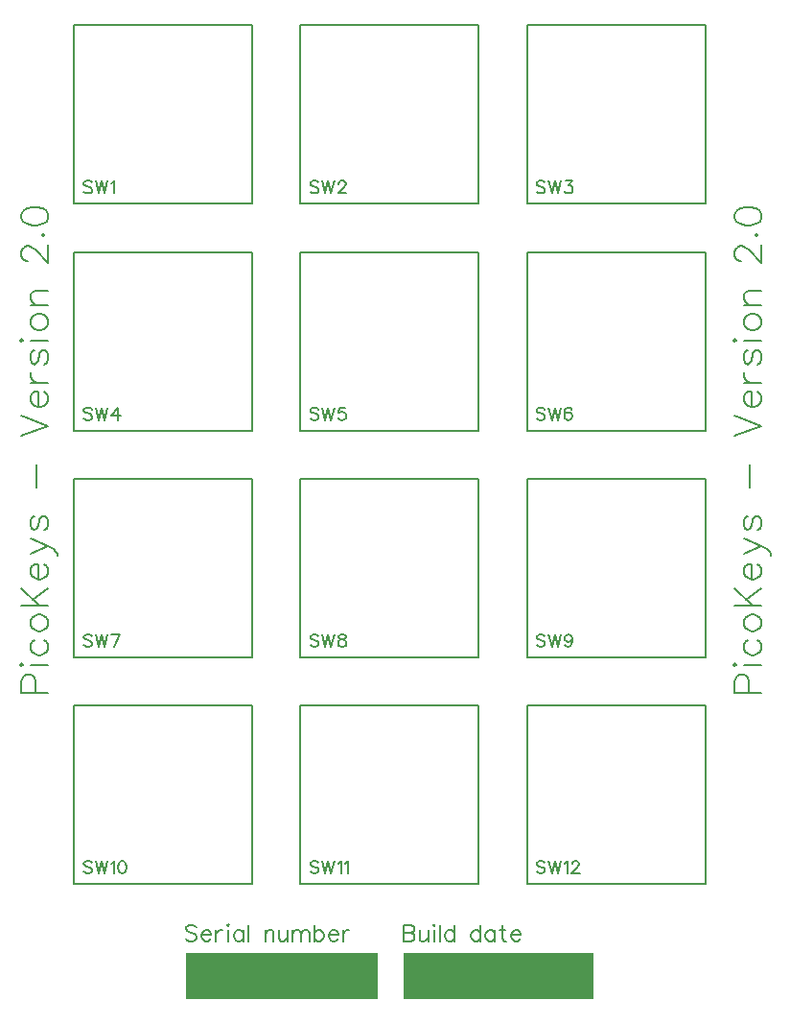
<source format=gto>
G04 Layer: TopSilkscreenLayer*
G04 EasyEDA v6.5.1, 2022-08-10 00:04:10*
G04 a67cddfb3fce44daa9051d46cbbcc19f,10*
G04 Gerber Generator version 0.2*
G04 Scale: 100 percent, Rotated: No, Reflected: No *
G04 Dimensions in millimeters *
G04 leading zeros omitted , absolute positions ,4 integer and 5 decimal *
%FSLAX45Y45*%
%MOMM*%

%ADD18C,0.1524*%
%ADD19C,0.2032*%

%LPD*%
D19*
X247652Y2899945D02*
G01*
X486412Y2899945D01*
X247652Y2899945D02*
G01*
X247652Y3002307D01*
X259082Y3036343D01*
X270512Y3047773D01*
X293118Y3059203D01*
X327154Y3059203D01*
X350014Y3047773D01*
X361444Y3036343D01*
X372620Y3002307D01*
X372620Y2899945D01*
X247652Y3134133D02*
G01*
X259082Y3145563D01*
X247652Y3156739D01*
X236476Y3145563D01*
X247652Y3134133D01*
X327154Y3145563D02*
G01*
X486412Y3145563D01*
X361444Y3368067D02*
G01*
X338584Y3345461D01*
X327154Y3322855D01*
X327154Y3288565D01*
X338584Y3265959D01*
X361444Y3243099D01*
X395480Y3231923D01*
X418086Y3231923D01*
X452376Y3243099D01*
X474982Y3265959D01*
X486412Y3288565D01*
X486412Y3322855D01*
X474982Y3345461D01*
X452376Y3368067D01*
X327154Y3499893D02*
G01*
X338584Y3477287D01*
X361444Y3454427D01*
X395480Y3443251D01*
X418086Y3443251D01*
X452376Y3454427D01*
X474982Y3477287D01*
X486412Y3499893D01*
X486412Y3534183D01*
X474982Y3556789D01*
X452376Y3579649D01*
X418086Y3590825D01*
X395480Y3590825D01*
X361444Y3579649D01*
X338584Y3556789D01*
X327154Y3534183D01*
X327154Y3499893D01*
X247652Y3666009D02*
G01*
X486412Y3666009D01*
X247652Y3825013D02*
G01*
X406910Y3666009D01*
X350014Y3722651D02*
G01*
X486412Y3825013D01*
X395480Y3899943D02*
G01*
X395480Y4036341D01*
X372620Y4036341D01*
X350014Y4024911D01*
X338584Y4013735D01*
X327154Y3990875D01*
X327154Y3956839D01*
X338584Y3933979D01*
X361444Y3911373D01*
X395480Y3899943D01*
X418086Y3899943D01*
X452376Y3911373D01*
X474982Y3933979D01*
X486412Y3956839D01*
X486412Y3990875D01*
X474982Y4013735D01*
X452376Y4036341D01*
X327154Y4122701D02*
G01*
X486412Y4191027D01*
X327154Y4259099D02*
G01*
X486412Y4191027D01*
X531878Y4168167D01*
X554484Y4145561D01*
X565914Y4122701D01*
X565914Y4111271D01*
X361444Y4458997D02*
G01*
X338584Y4447821D01*
X327154Y4413531D01*
X327154Y4379495D01*
X338584Y4345459D01*
X361444Y4334029D01*
X384050Y4345459D01*
X395480Y4368065D01*
X406910Y4424961D01*
X418086Y4447821D01*
X440946Y4458997D01*
X452376Y4458997D01*
X474982Y4447821D01*
X486412Y4413531D01*
X486412Y4379495D01*
X474982Y4345459D01*
X452376Y4334029D01*
X384050Y4709187D02*
G01*
X384050Y4913657D01*
X247652Y5163593D02*
G01*
X486412Y5254525D01*
X247652Y5345457D02*
G01*
X486412Y5254525D01*
X395480Y5420387D02*
G01*
X395480Y5556785D01*
X372620Y5556785D01*
X350014Y5545355D01*
X338584Y5534179D01*
X327154Y5511319D01*
X327154Y5477283D01*
X338584Y5454423D01*
X361444Y5431817D01*
X395480Y5420387D01*
X418086Y5420387D01*
X452376Y5431817D01*
X474982Y5454423D01*
X486412Y5477283D01*
X486412Y5511319D01*
X474982Y5534179D01*
X452376Y5556785D01*
X327154Y5631715D02*
G01*
X486412Y5631715D01*
X395480Y5631715D02*
G01*
X361444Y5643145D01*
X338584Y5666005D01*
X327154Y5688611D01*
X327154Y5722647D01*
X361444Y5922799D02*
G01*
X338584Y5911369D01*
X327154Y5877333D01*
X327154Y5843297D01*
X338584Y5809007D01*
X361444Y5797831D01*
X384050Y5809007D01*
X395480Y5831867D01*
X406910Y5888509D01*
X418086Y5911369D01*
X440946Y5922799D01*
X452376Y5922799D01*
X474982Y5911369D01*
X486412Y5877333D01*
X486412Y5843297D01*
X474982Y5809007D01*
X452376Y5797831D01*
X247652Y5997729D02*
G01*
X259082Y6009159D01*
X247652Y6020335D01*
X236476Y6009159D01*
X247652Y5997729D01*
X327154Y6009159D02*
G01*
X486412Y6009159D01*
X327154Y6152161D02*
G01*
X338584Y6129555D01*
X361444Y6106695D01*
X395480Y6095519D01*
X418086Y6095519D01*
X452376Y6106695D01*
X474982Y6129555D01*
X486412Y6152161D01*
X486412Y6186451D01*
X474982Y6209057D01*
X452376Y6231917D01*
X418086Y6243093D01*
X395480Y6243093D01*
X361444Y6231917D01*
X338584Y6209057D01*
X327154Y6186451D01*
X327154Y6152161D01*
X327154Y6318277D02*
G01*
X486412Y6318277D01*
X372620Y6318277D02*
G01*
X338584Y6352313D01*
X327154Y6374919D01*
X327154Y6409209D01*
X338584Y6431815D01*
X372620Y6443245D01*
X486412Y6443245D01*
X304548Y6704611D02*
G01*
X293118Y6704611D01*
X270512Y6715787D01*
X259082Y6727217D01*
X247652Y6750077D01*
X247652Y6795543D01*
X259082Y6818149D01*
X270512Y6829579D01*
X293118Y6841009D01*
X315978Y6841009D01*
X338584Y6829579D01*
X372620Y6806719D01*
X486412Y6693181D01*
X486412Y6852185D01*
X429516Y6938545D02*
G01*
X440946Y6927369D01*
X452376Y6938545D01*
X440946Y6949975D01*
X429516Y6938545D01*
X247652Y7093231D02*
G01*
X259082Y7059195D01*
X293118Y7036335D01*
X350014Y7024905D01*
X384050Y7024905D01*
X440946Y7036335D01*
X474982Y7059195D01*
X486412Y7093231D01*
X486412Y7115837D01*
X474982Y7149873D01*
X440946Y7172733D01*
X384050Y7184163D01*
X350014Y7184163D01*
X293118Y7172733D01*
X259082Y7149873D01*
X247652Y7115837D01*
X247652Y7093231D01*
X6547779Y2899945D02*
G01*
X6786285Y2899945D01*
X6547779Y2899945D02*
G01*
X6547779Y3002307D01*
X6559209Y3036343D01*
X6570385Y3047773D01*
X6593245Y3059203D01*
X6627281Y3059203D01*
X6649887Y3047773D01*
X6661317Y3036343D01*
X6672747Y3002307D01*
X6672747Y2899945D01*
X6547779Y3134133D02*
G01*
X6559209Y3145563D01*
X6547779Y3156739D01*
X6536349Y3145563D01*
X6547779Y3134133D01*
X6627281Y3145563D02*
G01*
X6786285Y3145563D01*
X6661317Y3368067D02*
G01*
X6638711Y3345461D01*
X6627281Y3322855D01*
X6627281Y3288565D01*
X6638711Y3265959D01*
X6661317Y3243099D01*
X6695353Y3231923D01*
X6718213Y3231923D01*
X6752249Y3243099D01*
X6775109Y3265959D01*
X6786285Y3288565D01*
X6786285Y3322855D01*
X6775109Y3345461D01*
X6752249Y3368067D01*
X6627281Y3499893D02*
G01*
X6638711Y3477287D01*
X6661317Y3454427D01*
X6695353Y3443251D01*
X6718213Y3443251D01*
X6752249Y3454427D01*
X6775109Y3477287D01*
X6786285Y3499893D01*
X6786285Y3534183D01*
X6775109Y3556789D01*
X6752249Y3579649D01*
X6718213Y3590825D01*
X6695353Y3590825D01*
X6661317Y3579649D01*
X6638711Y3556789D01*
X6627281Y3534183D01*
X6627281Y3499893D01*
X6547779Y3666009D02*
G01*
X6786285Y3666009D01*
X6547779Y3825013D02*
G01*
X6706783Y3666009D01*
X6649887Y3722651D02*
G01*
X6786285Y3825013D01*
X6695353Y3899943D02*
G01*
X6695353Y4036341D01*
X6672747Y4036341D01*
X6649887Y4024911D01*
X6638711Y4013735D01*
X6627281Y3990875D01*
X6627281Y3956839D01*
X6638711Y3933979D01*
X6661317Y3911373D01*
X6695353Y3899943D01*
X6718213Y3899943D01*
X6752249Y3911373D01*
X6775109Y3933979D01*
X6786285Y3956839D01*
X6786285Y3990875D01*
X6775109Y4013735D01*
X6752249Y4036341D01*
X6627281Y4122701D02*
G01*
X6786285Y4191027D01*
X6627281Y4259099D02*
G01*
X6786285Y4191027D01*
X6831751Y4168167D01*
X6854611Y4145561D01*
X6865787Y4122701D01*
X6865787Y4111271D01*
X6661317Y4458997D02*
G01*
X6638711Y4447821D01*
X6627281Y4413531D01*
X6627281Y4379495D01*
X6638711Y4345459D01*
X6661317Y4334029D01*
X6684177Y4345459D01*
X6695353Y4368065D01*
X6706783Y4424961D01*
X6718213Y4447821D01*
X6740819Y4458997D01*
X6752249Y4458997D01*
X6775109Y4447821D01*
X6786285Y4413531D01*
X6786285Y4379495D01*
X6775109Y4345459D01*
X6752249Y4334029D01*
X6684177Y4709187D02*
G01*
X6684177Y4913657D01*
X6547779Y5163593D02*
G01*
X6786285Y5254525D01*
X6547779Y5345457D02*
G01*
X6786285Y5254525D01*
X6695353Y5420387D02*
G01*
X6695353Y5556785D01*
X6672747Y5556785D01*
X6649887Y5545355D01*
X6638711Y5534179D01*
X6627281Y5511319D01*
X6627281Y5477283D01*
X6638711Y5454423D01*
X6661317Y5431817D01*
X6695353Y5420387D01*
X6718213Y5420387D01*
X6752249Y5431817D01*
X6775109Y5454423D01*
X6786285Y5477283D01*
X6786285Y5511319D01*
X6775109Y5534179D01*
X6752249Y5556785D01*
X6627281Y5631715D02*
G01*
X6786285Y5631715D01*
X6695353Y5631715D02*
G01*
X6661317Y5643145D01*
X6638711Y5666005D01*
X6627281Y5688611D01*
X6627281Y5722647D01*
X6661317Y5922799D02*
G01*
X6638711Y5911369D01*
X6627281Y5877333D01*
X6627281Y5843297D01*
X6638711Y5809007D01*
X6661317Y5797831D01*
X6684177Y5809007D01*
X6695353Y5831867D01*
X6706783Y5888509D01*
X6718213Y5911369D01*
X6740819Y5922799D01*
X6752249Y5922799D01*
X6775109Y5911369D01*
X6786285Y5877333D01*
X6786285Y5843297D01*
X6775109Y5809007D01*
X6752249Y5797831D01*
X6547779Y5997729D02*
G01*
X6559209Y6009159D01*
X6547779Y6020335D01*
X6536349Y6009159D01*
X6547779Y5997729D01*
X6627281Y6009159D02*
G01*
X6786285Y6009159D01*
X6627281Y6152161D02*
G01*
X6638711Y6129555D01*
X6661317Y6106695D01*
X6695353Y6095519D01*
X6718213Y6095519D01*
X6752249Y6106695D01*
X6775109Y6129555D01*
X6786285Y6152161D01*
X6786285Y6186451D01*
X6775109Y6209057D01*
X6752249Y6231917D01*
X6718213Y6243093D01*
X6695353Y6243093D01*
X6661317Y6231917D01*
X6638711Y6209057D01*
X6627281Y6186451D01*
X6627281Y6152161D01*
X6627281Y6318277D02*
G01*
X6786285Y6318277D01*
X6672747Y6318277D02*
G01*
X6638711Y6352313D01*
X6627281Y6374919D01*
X6627281Y6409209D01*
X6638711Y6431815D01*
X6672747Y6443245D01*
X6786285Y6443245D01*
X6604421Y6704611D02*
G01*
X6593245Y6704611D01*
X6570385Y6715787D01*
X6559209Y6727217D01*
X6547779Y6750077D01*
X6547779Y6795543D01*
X6559209Y6818149D01*
X6570385Y6829579D01*
X6593245Y6841009D01*
X6615851Y6841009D01*
X6638711Y6829579D01*
X6672747Y6806719D01*
X6786285Y6693181D01*
X6786285Y6852185D01*
X6729643Y6938545D02*
G01*
X6740819Y6927369D01*
X6752249Y6938545D01*
X6740819Y6949975D01*
X6729643Y6938545D01*
X6547779Y7093231D02*
G01*
X6559209Y7059195D01*
X6593245Y7036335D01*
X6649887Y7024905D01*
X6684177Y7024905D01*
X6740819Y7036335D01*
X6775109Y7059195D01*
X6786285Y7093231D01*
X6786285Y7115837D01*
X6775109Y7149873D01*
X6740819Y7172733D01*
X6684177Y7184163D01*
X6649887Y7184163D01*
X6593245Y7172733D01*
X6559209Y7149873D01*
X6547779Y7115837D01*
X6547779Y7093231D01*
X3625088Y851484D02*
G01*
X3625088Y708228D01*
X3625088Y851484D02*
G01*
X3686302Y851484D01*
X3706875Y844626D01*
X3713734Y837768D01*
X3720338Y824052D01*
X3720338Y810336D01*
X3713734Y796874D01*
X3706875Y790016D01*
X3686302Y783158D01*
X3625088Y783158D02*
G01*
X3686302Y783158D01*
X3706875Y776300D01*
X3713734Y769442D01*
X3720338Y755980D01*
X3720338Y735406D01*
X3713734Y721944D01*
X3706875Y715086D01*
X3686302Y708228D01*
X3625088Y708228D01*
X3765550Y803732D02*
G01*
X3765550Y735406D01*
X3772154Y715086D01*
X3785870Y708228D01*
X3806443Y708228D01*
X3819906Y715086D01*
X3840479Y735406D01*
X3840479Y803732D02*
G01*
X3840479Y708228D01*
X3885438Y851484D02*
G01*
X3892295Y844626D01*
X3899154Y851484D01*
X3892295Y858088D01*
X3885438Y851484D01*
X3892295Y803732D02*
G01*
X3892295Y708228D01*
X3944111Y851484D02*
G01*
X3944111Y708228D01*
X4070858Y851484D02*
G01*
X4070858Y708228D01*
X4070858Y783158D02*
G01*
X4057141Y796874D01*
X4043679Y803732D01*
X4023106Y803732D01*
X4009643Y796874D01*
X3995927Y783158D01*
X3989070Y762838D01*
X3989070Y749122D01*
X3995927Y728548D01*
X4009643Y715086D01*
X4023106Y708228D01*
X4043679Y708228D01*
X4057141Y715086D01*
X4070858Y728548D01*
X4302759Y851484D02*
G01*
X4302759Y708228D01*
X4302759Y783158D02*
G01*
X4289043Y796874D01*
X4275327Y803732D01*
X4255008Y803732D01*
X4241291Y796874D01*
X4227829Y783158D01*
X4220972Y762838D01*
X4220972Y749122D01*
X4227829Y728548D01*
X4241291Y715086D01*
X4255008Y708228D01*
X4275327Y708228D01*
X4289043Y715086D01*
X4302759Y728548D01*
X4429506Y803732D02*
G01*
X4429506Y708228D01*
X4429506Y783158D02*
G01*
X4415790Y796874D01*
X4402327Y803732D01*
X4381754Y803732D01*
X4368291Y796874D01*
X4354575Y783158D01*
X4347718Y762838D01*
X4347718Y749122D01*
X4354575Y728548D01*
X4368291Y715086D01*
X4381754Y708228D01*
X4402327Y708228D01*
X4415790Y715086D01*
X4429506Y728548D01*
X4495038Y851484D02*
G01*
X4495038Y735406D01*
X4501895Y715086D01*
X4515358Y708228D01*
X4529074Y708228D01*
X4474463Y803732D02*
G01*
X4522215Y803732D01*
X4574031Y762838D02*
G01*
X4655820Y762838D01*
X4655820Y776300D01*
X4648961Y790016D01*
X4642358Y796874D01*
X4628641Y803732D01*
X4608068Y803732D01*
X4594606Y796874D01*
X4580890Y783158D01*
X4574031Y762838D01*
X4574031Y749122D01*
X4580890Y728548D01*
X4594606Y715086D01*
X4608068Y708228D01*
X4628641Y708228D01*
X4642358Y715086D01*
X4655820Y728548D01*
X1795498Y830907D02*
G01*
X1781782Y844623D01*
X1761462Y851481D01*
X1734030Y851481D01*
X1713710Y844623D01*
X1699994Y830907D01*
X1699994Y817191D01*
X1706852Y803729D01*
X1713710Y796871D01*
X1727172Y790013D01*
X1768066Y776297D01*
X1781782Y769439D01*
X1788640Y762835D01*
X1795498Y749119D01*
X1795498Y728545D01*
X1781782Y715083D01*
X1761462Y708225D01*
X1734030Y708225D01*
X1713710Y715083D01*
X1699994Y728545D01*
X1840456Y762835D02*
G01*
X1922244Y762835D01*
X1922244Y776297D01*
X1915386Y790013D01*
X1908528Y796871D01*
X1895066Y803729D01*
X1874492Y803729D01*
X1861030Y796871D01*
X1847314Y783155D01*
X1840456Y762835D01*
X1840456Y749119D01*
X1847314Y728545D01*
X1861030Y715083D01*
X1874492Y708225D01*
X1895066Y708225D01*
X1908528Y715083D01*
X1922244Y728545D01*
X1967202Y803729D02*
G01*
X1967202Y708225D01*
X1967202Y762835D02*
G01*
X1974060Y783155D01*
X1987776Y796871D01*
X2001238Y803729D01*
X2021812Y803729D01*
X2066770Y851481D02*
G01*
X2073628Y844623D01*
X2080486Y851481D01*
X2073628Y858085D01*
X2066770Y851481D01*
X2073628Y803729D02*
G01*
X2073628Y708225D01*
X2207232Y803729D02*
G01*
X2207232Y708225D01*
X2207232Y783155D02*
G01*
X2193516Y796871D01*
X2180054Y803729D01*
X2159480Y803729D01*
X2146018Y796871D01*
X2132302Y783155D01*
X2125444Y762835D01*
X2125444Y749119D01*
X2132302Y728545D01*
X2146018Y715083D01*
X2159480Y708225D01*
X2180054Y708225D01*
X2193516Y715083D01*
X2207232Y728545D01*
X2252190Y851481D02*
G01*
X2252190Y708225D01*
X2402304Y803729D02*
G01*
X2402304Y708225D01*
X2402304Y776297D02*
G01*
X2422624Y796871D01*
X2436340Y803729D01*
X2456914Y803729D01*
X2470376Y796871D01*
X2477234Y776297D01*
X2477234Y708225D01*
X2522192Y803729D02*
G01*
X2522192Y735403D01*
X2529050Y715083D01*
X2542766Y708225D01*
X2563086Y708225D01*
X2576802Y715083D01*
X2597376Y735403D01*
X2597376Y803729D02*
G01*
X2597376Y708225D01*
X2642334Y803729D02*
G01*
X2642334Y708225D01*
X2642334Y776297D02*
G01*
X2662654Y796871D01*
X2676370Y803729D01*
X2696690Y803729D01*
X2710406Y796871D01*
X2717264Y776297D01*
X2717264Y708225D01*
X2717264Y776297D02*
G01*
X2737838Y796871D01*
X2751300Y803729D01*
X2771874Y803729D01*
X2785336Y796871D01*
X2792194Y776297D01*
X2792194Y708225D01*
X2837152Y851481D02*
G01*
X2837152Y708225D01*
X2837152Y783155D02*
G01*
X2850868Y796871D01*
X2864584Y803729D01*
X2884904Y803729D01*
X2898620Y796871D01*
X2912336Y783155D01*
X2919194Y762835D01*
X2919194Y749119D01*
X2912336Y728545D01*
X2898620Y715083D01*
X2884904Y708225D01*
X2864584Y708225D01*
X2850868Y715083D01*
X2837152Y728545D01*
X2964152Y762835D02*
G01*
X3045940Y762835D01*
X3045940Y776297D01*
X3039082Y790013D01*
X3032224Y796871D01*
X3018508Y803729D01*
X2998188Y803729D01*
X2984472Y796871D01*
X2971010Y783155D01*
X2964152Y762835D01*
X2964152Y749119D01*
X2971010Y728545D01*
X2984472Y715083D01*
X2998188Y708225D01*
X3018508Y708225D01*
X3032224Y715083D01*
X3045940Y728545D01*
X3090898Y803729D02*
G01*
X3090898Y708225D01*
X3090898Y762835D02*
G01*
X3097756Y783155D01*
X3111472Y796871D01*
X3124934Y803729D01*
X3145508Y803729D01*
D18*
X2872643Y7399822D02*
G01*
X2862229Y7410236D01*
X2846735Y7415316D01*
X2825907Y7415316D01*
X2810413Y7410236D01*
X2799999Y7399822D01*
X2799999Y7389408D01*
X2805079Y7378994D01*
X2810413Y7373660D01*
X2820827Y7368580D01*
X2852069Y7358166D01*
X2862229Y7353086D01*
X2867563Y7347752D01*
X2872643Y7337338D01*
X2872643Y7321844D01*
X2862229Y7311430D01*
X2846735Y7306350D01*
X2825907Y7306350D01*
X2810413Y7311430D01*
X2799999Y7321844D01*
X2906933Y7415316D02*
G01*
X2933095Y7306350D01*
X2959003Y7415316D02*
G01*
X2933095Y7306350D01*
X2959003Y7415316D02*
G01*
X2984911Y7306350D01*
X3010819Y7415316D02*
G01*
X2984911Y7306350D01*
X3050443Y7389408D02*
G01*
X3050443Y7394488D01*
X3055523Y7404902D01*
X3060857Y7410236D01*
X3071271Y7415316D01*
X3092099Y7415316D01*
X3102259Y7410236D01*
X3107593Y7404902D01*
X3112673Y7394488D01*
X3112673Y7384074D01*
X3107593Y7373660D01*
X3097179Y7358166D01*
X3045109Y7306350D01*
X3118007Y7306350D01*
X4872644Y7399822D02*
G01*
X4862230Y7410236D01*
X4846736Y7415316D01*
X4825908Y7415316D01*
X4810414Y7410236D01*
X4800000Y7399822D01*
X4800000Y7389408D01*
X4805080Y7378994D01*
X4810414Y7373660D01*
X4820828Y7368580D01*
X4852070Y7358166D01*
X4862230Y7353086D01*
X4867564Y7347752D01*
X4872644Y7337338D01*
X4872644Y7321844D01*
X4862230Y7311430D01*
X4846736Y7306350D01*
X4825908Y7306350D01*
X4810414Y7311430D01*
X4800000Y7321844D01*
X4906934Y7415316D02*
G01*
X4933096Y7306350D01*
X4959004Y7415316D02*
G01*
X4933096Y7306350D01*
X4959004Y7415316D02*
G01*
X4984912Y7306350D01*
X5010820Y7415316D02*
G01*
X4984912Y7306350D01*
X5055524Y7415316D02*
G01*
X5112674Y7415316D01*
X5081686Y7373660D01*
X5097180Y7373660D01*
X5107594Y7368580D01*
X5112674Y7363500D01*
X5118008Y7347752D01*
X5118008Y7337338D01*
X5112674Y7321844D01*
X5102260Y7311430D01*
X5086766Y7306350D01*
X5071272Y7306350D01*
X5055524Y7311430D01*
X5050444Y7316510D01*
X5045110Y7326924D01*
X872644Y5399821D02*
G01*
X862230Y5410235D01*
X846736Y5415315D01*
X825908Y5415315D01*
X810414Y5410235D01*
X800000Y5399821D01*
X800000Y5389407D01*
X805080Y5378993D01*
X810414Y5373659D01*
X820828Y5368579D01*
X852070Y5358165D01*
X862230Y5353085D01*
X867564Y5347751D01*
X872644Y5337337D01*
X872644Y5321843D01*
X862230Y5311429D01*
X846736Y5306349D01*
X825908Y5306349D01*
X810414Y5311429D01*
X800000Y5321843D01*
X906934Y5415315D02*
G01*
X933096Y5306349D01*
X959004Y5415315D02*
G01*
X933096Y5306349D01*
X959004Y5415315D02*
G01*
X984912Y5306349D01*
X1010820Y5415315D02*
G01*
X984912Y5306349D01*
X1097180Y5415315D02*
G01*
X1045110Y5342671D01*
X1123088Y5342671D01*
X1097180Y5415315D02*
G01*
X1097180Y5306349D01*
X2872643Y5399821D02*
G01*
X2862229Y5410235D01*
X2846735Y5415315D01*
X2825907Y5415315D01*
X2810413Y5410235D01*
X2799999Y5399821D01*
X2799999Y5389407D01*
X2805079Y5378993D01*
X2810413Y5373659D01*
X2820827Y5368579D01*
X2852069Y5358165D01*
X2862229Y5353085D01*
X2867563Y5347751D01*
X2872643Y5337337D01*
X2872643Y5321843D01*
X2862229Y5311429D01*
X2846735Y5306349D01*
X2825907Y5306349D01*
X2810413Y5311429D01*
X2799999Y5321843D01*
X2906933Y5415315D02*
G01*
X2933095Y5306349D01*
X2959003Y5415315D02*
G01*
X2933095Y5306349D01*
X2959003Y5415315D02*
G01*
X2984911Y5306349D01*
X3010819Y5415315D02*
G01*
X2984911Y5306349D01*
X3107593Y5415315D02*
G01*
X3055523Y5415315D01*
X3050443Y5368579D01*
X3055523Y5373659D01*
X3071271Y5378993D01*
X3086765Y5378993D01*
X3102259Y5373659D01*
X3112673Y5363499D01*
X3118007Y5347751D01*
X3118007Y5337337D01*
X3112673Y5321843D01*
X3102259Y5311429D01*
X3086765Y5306349D01*
X3071271Y5306349D01*
X3055523Y5311429D01*
X3050443Y5316509D01*
X3045109Y5326923D01*
X4872644Y5399821D02*
G01*
X4862230Y5410235D01*
X4846736Y5415315D01*
X4825908Y5415315D01*
X4810414Y5410235D01*
X4800000Y5399821D01*
X4800000Y5389407D01*
X4805080Y5378993D01*
X4810414Y5373659D01*
X4820828Y5368579D01*
X4852070Y5358165D01*
X4862230Y5353085D01*
X4867564Y5347751D01*
X4872644Y5337337D01*
X4872644Y5321843D01*
X4862230Y5311429D01*
X4846736Y5306349D01*
X4825908Y5306349D01*
X4810414Y5311429D01*
X4800000Y5321843D01*
X4906934Y5415315D02*
G01*
X4933096Y5306349D01*
X4959004Y5415315D02*
G01*
X4933096Y5306349D01*
X4959004Y5415315D02*
G01*
X4984912Y5306349D01*
X5010820Y5415315D02*
G01*
X4984912Y5306349D01*
X5107594Y5399821D02*
G01*
X5102260Y5410235D01*
X5086766Y5415315D01*
X5076352Y5415315D01*
X5060858Y5410235D01*
X5050444Y5394487D01*
X5045110Y5368579D01*
X5045110Y5342671D01*
X5050444Y5321843D01*
X5060858Y5311429D01*
X5076352Y5306349D01*
X5081686Y5306349D01*
X5097180Y5311429D01*
X5107594Y5321843D01*
X5112674Y5337337D01*
X5112674Y5342671D01*
X5107594Y5358165D01*
X5097180Y5368579D01*
X5081686Y5373659D01*
X5076352Y5373659D01*
X5060858Y5368579D01*
X5050444Y5358165D01*
X5045110Y5342671D01*
X872644Y3399823D02*
G01*
X862230Y3410237D01*
X846736Y3415317D01*
X825908Y3415317D01*
X810414Y3410237D01*
X800000Y3399823D01*
X800000Y3389409D01*
X805080Y3378995D01*
X810414Y3373661D01*
X820828Y3368581D01*
X852070Y3358167D01*
X862230Y3353087D01*
X867564Y3347753D01*
X872644Y3337339D01*
X872644Y3321845D01*
X862230Y3311431D01*
X846736Y3306351D01*
X825908Y3306351D01*
X810414Y3311431D01*
X800000Y3321845D01*
X906934Y3415317D02*
G01*
X933096Y3306351D01*
X959004Y3415317D02*
G01*
X933096Y3306351D01*
X959004Y3415317D02*
G01*
X984912Y3306351D01*
X1010820Y3415317D02*
G01*
X984912Y3306351D01*
X1118008Y3415317D02*
G01*
X1065938Y3306351D01*
X1045110Y3415317D02*
G01*
X1118008Y3415317D01*
X2872643Y3399823D02*
G01*
X2862229Y3410237D01*
X2846735Y3415317D01*
X2825907Y3415317D01*
X2810413Y3410237D01*
X2799999Y3399823D01*
X2799999Y3389409D01*
X2805079Y3378995D01*
X2810413Y3373661D01*
X2820827Y3368581D01*
X2852069Y3358167D01*
X2862229Y3353087D01*
X2867563Y3347753D01*
X2872643Y3337339D01*
X2872643Y3321845D01*
X2862229Y3311431D01*
X2846735Y3306351D01*
X2825907Y3306351D01*
X2810413Y3311431D01*
X2799999Y3321845D01*
X2906933Y3415317D02*
G01*
X2933095Y3306351D01*
X2959003Y3415317D02*
G01*
X2933095Y3306351D01*
X2959003Y3415317D02*
G01*
X2984911Y3306351D01*
X3010819Y3415317D02*
G01*
X2984911Y3306351D01*
X3071271Y3415317D02*
G01*
X3055523Y3410237D01*
X3050443Y3399823D01*
X3050443Y3389409D01*
X3055523Y3378995D01*
X3065937Y3373661D01*
X3086765Y3368581D01*
X3102259Y3363501D01*
X3112673Y3353087D01*
X3118007Y3342673D01*
X3118007Y3326925D01*
X3112673Y3316511D01*
X3107593Y3311431D01*
X3092099Y3306351D01*
X3071271Y3306351D01*
X3055523Y3311431D01*
X3050443Y3316511D01*
X3045109Y3326925D01*
X3045109Y3342673D01*
X3050443Y3353087D01*
X3060857Y3363501D01*
X3076351Y3368581D01*
X3097179Y3373661D01*
X3107593Y3378995D01*
X3112673Y3389409D01*
X3112673Y3399823D01*
X3107593Y3410237D01*
X3092099Y3415317D01*
X3071271Y3415317D01*
X4872644Y3399823D02*
G01*
X4862230Y3410237D01*
X4846736Y3415317D01*
X4825908Y3415317D01*
X4810414Y3410237D01*
X4800000Y3399823D01*
X4800000Y3389409D01*
X4805080Y3378995D01*
X4810414Y3373661D01*
X4820828Y3368581D01*
X4852070Y3358167D01*
X4862230Y3353087D01*
X4867564Y3347753D01*
X4872644Y3337339D01*
X4872644Y3321845D01*
X4862230Y3311431D01*
X4846736Y3306351D01*
X4825908Y3306351D01*
X4810414Y3311431D01*
X4800000Y3321845D01*
X4906934Y3415317D02*
G01*
X4933096Y3306351D01*
X4959004Y3415317D02*
G01*
X4933096Y3306351D01*
X4959004Y3415317D02*
G01*
X4984912Y3306351D01*
X5010820Y3415317D02*
G01*
X4984912Y3306351D01*
X5112674Y3378995D02*
G01*
X5107594Y3363501D01*
X5097180Y3353087D01*
X5081686Y3347753D01*
X5076352Y3347753D01*
X5060858Y3353087D01*
X5050444Y3363501D01*
X5045110Y3378995D01*
X5045110Y3384075D01*
X5050444Y3399823D01*
X5060858Y3410237D01*
X5076352Y3415317D01*
X5081686Y3415317D01*
X5097180Y3410237D01*
X5107594Y3399823D01*
X5112674Y3378995D01*
X5112674Y3353087D01*
X5107594Y3326925D01*
X5097180Y3311431D01*
X5081686Y3306351D01*
X5071272Y3306351D01*
X5055524Y3311431D01*
X5050444Y3321845D01*
X872644Y1399821D02*
G01*
X862230Y1410235D01*
X846736Y1415315D01*
X825908Y1415315D01*
X810414Y1410235D01*
X800000Y1399821D01*
X800000Y1389407D01*
X805080Y1378993D01*
X810414Y1373659D01*
X820828Y1368579D01*
X852070Y1358165D01*
X862230Y1353085D01*
X867564Y1347751D01*
X872644Y1337337D01*
X872644Y1321843D01*
X862230Y1311429D01*
X846736Y1306349D01*
X825908Y1306349D01*
X810414Y1311429D01*
X800000Y1321843D01*
X906934Y1415315D02*
G01*
X933096Y1306349D01*
X959004Y1415315D02*
G01*
X933096Y1306349D01*
X959004Y1415315D02*
G01*
X984912Y1306349D01*
X1010820Y1415315D02*
G01*
X984912Y1306349D01*
X1045110Y1394487D02*
G01*
X1055524Y1399821D01*
X1071272Y1415315D01*
X1071272Y1306349D01*
X1136550Y1415315D02*
G01*
X1121056Y1410235D01*
X1110642Y1394487D01*
X1105562Y1368579D01*
X1105562Y1353085D01*
X1110642Y1326923D01*
X1121056Y1311429D01*
X1136550Y1306349D01*
X1146964Y1306349D01*
X1162712Y1311429D01*
X1173126Y1326923D01*
X1178206Y1353085D01*
X1178206Y1368579D01*
X1173126Y1394487D01*
X1162712Y1410235D01*
X1146964Y1415315D01*
X1136550Y1415315D01*
X2872643Y1399821D02*
G01*
X2862229Y1410235D01*
X2846735Y1415315D01*
X2825907Y1415315D01*
X2810413Y1410235D01*
X2799999Y1399821D01*
X2799999Y1389407D01*
X2805079Y1378993D01*
X2810413Y1373659D01*
X2820827Y1368579D01*
X2852069Y1358165D01*
X2862229Y1353085D01*
X2867563Y1347751D01*
X2872643Y1337337D01*
X2872643Y1321843D01*
X2862229Y1311429D01*
X2846735Y1306349D01*
X2825907Y1306349D01*
X2810413Y1311429D01*
X2799999Y1321843D01*
X2906933Y1415315D02*
G01*
X2933095Y1306349D01*
X2959003Y1415315D02*
G01*
X2933095Y1306349D01*
X2959003Y1415315D02*
G01*
X2984911Y1306349D01*
X3010819Y1415315D02*
G01*
X2984911Y1306349D01*
X3045109Y1394487D02*
G01*
X3055523Y1399821D01*
X3071271Y1415315D01*
X3071271Y1306349D01*
X3105561Y1394487D02*
G01*
X3115975Y1399821D01*
X3131469Y1415315D01*
X3131469Y1306349D01*
X4872644Y1399821D02*
G01*
X4862230Y1410235D01*
X4846736Y1415315D01*
X4825908Y1415315D01*
X4810414Y1410235D01*
X4800000Y1399821D01*
X4800000Y1389407D01*
X4805080Y1378993D01*
X4810414Y1373659D01*
X4820828Y1368579D01*
X4852070Y1358165D01*
X4862230Y1353085D01*
X4867564Y1347751D01*
X4872644Y1337337D01*
X4872644Y1321843D01*
X4862230Y1311429D01*
X4846736Y1306349D01*
X4825908Y1306349D01*
X4810414Y1311429D01*
X4800000Y1321843D01*
X4906934Y1415315D02*
G01*
X4933096Y1306349D01*
X4959004Y1415315D02*
G01*
X4933096Y1306349D01*
X4959004Y1415315D02*
G01*
X4984912Y1306349D01*
X5010820Y1415315D02*
G01*
X4984912Y1306349D01*
X5045110Y1394487D02*
G01*
X5055524Y1399821D01*
X5071272Y1415315D01*
X5071272Y1306349D01*
X5110642Y1389407D02*
G01*
X5110642Y1394487D01*
X5115976Y1404901D01*
X5121056Y1410235D01*
X5131470Y1415315D01*
X5152298Y1415315D01*
X5162712Y1410235D01*
X5167792Y1404901D01*
X5173126Y1394487D01*
X5173126Y1384073D01*
X5167792Y1373659D01*
X5157378Y1358165D01*
X5105562Y1306349D01*
X5178206Y1306349D01*
X872632Y7399822D02*
G01*
X862472Y7410236D01*
X846724Y7415316D01*
X825896Y7415316D01*
X810402Y7410236D01*
X799988Y7399822D01*
X799988Y7389408D01*
X805322Y7378994D01*
X810402Y7373660D01*
X820816Y7368580D01*
X852058Y7358166D01*
X862472Y7353086D01*
X867552Y7347752D01*
X872632Y7337338D01*
X872632Y7321844D01*
X862472Y7311430D01*
X846724Y7306350D01*
X825896Y7306350D01*
X810402Y7311430D01*
X799988Y7321844D01*
X906922Y7415316D02*
G01*
X933084Y7306350D01*
X958992Y7415316D02*
G01*
X933084Y7306350D01*
X958992Y7415316D02*
G01*
X984900Y7306350D01*
X1011062Y7415316D02*
G01*
X984900Y7306350D01*
X1045352Y7394488D02*
G01*
X1055512Y7399822D01*
X1071260Y7415316D01*
X1071260Y7306350D01*
G36*
X3624986Y599998D02*
G01*
X3624986Y199999D01*
X5300014Y199999D01*
X5300014Y599998D01*
G37*
G36*
X1700022Y599998D02*
G01*
X1700022Y199999D01*
X3399993Y199999D01*
X3399993Y599998D01*
G37*
X2712598Y7212601D02*
G01*
X4287398Y7212601D01*
X4287398Y8787401D01*
X2712598Y8787401D01*
X2712598Y7212601D01*
X4712599Y7212601D02*
G01*
X6287399Y7212601D01*
X6287399Y8787401D01*
X4712599Y8787401D01*
X4712599Y7212601D01*
X712599Y5212600D02*
G01*
X2287399Y5212600D01*
X2287399Y6787400D01*
X712599Y6787400D01*
X712599Y5212600D01*
X2712598Y5212600D02*
G01*
X4287398Y5212600D01*
X4287398Y6787400D01*
X2712598Y6787400D01*
X2712598Y5212600D01*
X4712599Y5212600D02*
G01*
X6287399Y5212600D01*
X6287399Y6787400D01*
X4712599Y6787400D01*
X4712599Y5212600D01*
X712599Y3212602D02*
G01*
X2287399Y3212602D01*
X2287399Y4787402D01*
X712599Y4787402D01*
X712599Y3212602D01*
X2712598Y3212602D02*
G01*
X4287398Y3212602D01*
X4287398Y4787402D01*
X2712598Y4787402D01*
X2712598Y3212602D01*
X4712599Y3212602D02*
G01*
X6287399Y3212602D01*
X6287399Y4787402D01*
X4712599Y4787402D01*
X4712599Y3212602D01*
X712599Y1212601D02*
G01*
X2287399Y1212601D01*
X2287399Y2787401D01*
X712599Y2787401D01*
X712599Y1212601D01*
X2712598Y1212601D02*
G01*
X4287398Y1212601D01*
X4287398Y2787401D01*
X2712598Y2787401D01*
X2712598Y1212601D01*
X4712599Y1212601D02*
G01*
X6287399Y1212601D01*
X6287399Y2787401D01*
X4712599Y2787401D01*
X4712599Y1212601D01*
X712599Y7212601D02*
G01*
X2287399Y7212601D01*
X2287399Y8787401D01*
X712599Y8787401D01*
X712599Y7212601D01*
M02*

</source>
